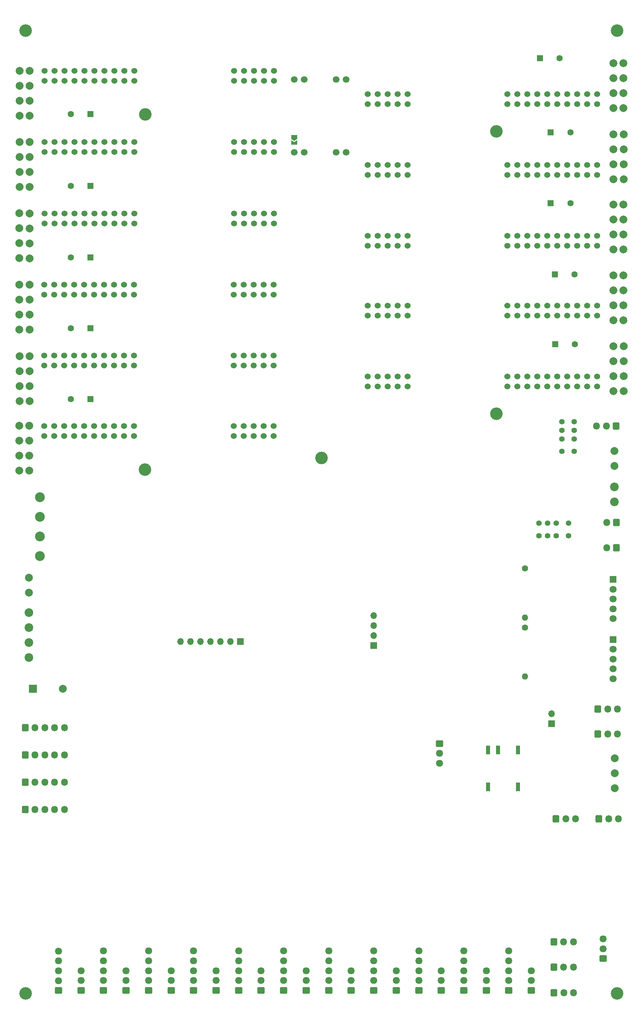
<source format=gbr>
%TF.GenerationSoftware,KiCad,Pcbnew,8.0.5*%
%TF.CreationDate,2025-08-05T16:04:56+09:00*%
%TF.ProjectId,motion_controller_main,6d6f7469-6f6e-45f6-936f-6e74726f6c6c,rev?*%
%TF.SameCoordinates,Original*%
%TF.FileFunction,Soldermask,Bot*%
%TF.FilePolarity,Negative*%
%FSLAX46Y46*%
G04 Gerber Fmt 4.6, Leading zero omitted, Abs format (unit mm)*
G04 Created by KiCad (PCBNEW 8.0.5) date 2025-08-05 16:04:56*
%MOMM*%
%LPD*%
G01*
G04 APERTURE LIST*
G04 Aperture macros list*
%AMRoundRect*
0 Rectangle with rounded corners*
0 $1 Rounding radius*
0 $2 $3 $4 $5 $6 $7 $8 $9 X,Y pos of 4 corners*
0 Add a 4 corners polygon primitive as box body*
4,1,4,$2,$3,$4,$5,$6,$7,$8,$9,$2,$3,0*
0 Add four circle primitives for the rounded corners*
1,1,$1+$1,$2,$3*
1,1,$1+$1,$4,$5*
1,1,$1+$1,$6,$7*
1,1,$1+$1,$8,$9*
0 Add four rect primitives between the rounded corners*
20,1,$1+$1,$2,$3,$4,$5,0*
20,1,$1+$1,$4,$5,$6,$7,0*
20,1,$1+$1,$6,$7,$8,$9,0*
20,1,$1+$1,$8,$9,$2,$3,0*%
%AMFreePoly0*
4,1,6,1.000000,0.000000,0.500000,-0.750000,-0.500000,-0.750000,-0.500000,0.750000,0.500000,0.750000,1.000000,0.000000,1.000000,0.000000,$1*%
%AMFreePoly1*
4,1,6,0.500000,-0.750000,-0.650000,-0.750000,-0.150000,0.000000,-0.650000,0.750000,0.500000,0.750000,0.500000,-0.750000,0.500000,-0.750000,$1*%
G04 Aperture macros list end*
%ADD10R,1.000000X2.300000*%
%ADD11R,1.700000X1.700000*%
%ADD12O,1.700000X1.700000*%
%ADD13RoundRect,0.250000X0.675000X-0.600000X0.675000X0.600000X-0.675000X0.600000X-0.675000X-0.600000X0*%
%ADD14O,1.850000X1.700000*%
%ADD15C,1.524000*%
%ADD16RoundRect,0.250000X-0.600000X-0.675000X0.600000X-0.675000X0.600000X0.675000X-0.600000X0.675000X0*%
%ADD17O,1.700000X1.850000*%
%ADD18C,3.200000*%
%ADD19R,1.600000X1.600000*%
%ADD20C,1.600000*%
%ADD21C,2.000000*%
%ADD22C,2.200000*%
%ADD23O,1.600000X1.600000*%
%ADD24C,1.700000*%
%ADD25RoundRect,0.250000X0.600000X0.675000X-0.600000X0.675000X-0.600000X-0.675000X0.600000X-0.675000X0*%
%ADD26C,1.400000*%
%ADD27R,2.000000X2.000000*%
%ADD28R,1.800000X1.800000*%
%ADD29C,1.800000*%
%ADD30RoundRect,0.250000X-0.675000X0.600000X-0.675000X-0.600000X0.675000X-0.600000X0.675000X0.600000X0*%
%ADD31C,2.500000*%
%ADD32FreePoly0,270.000000*%
%ADD33FreePoly1,270.000000*%
G04 APERTURE END LIST*
D10*
%TO.C,PS1*%
X207411000Y-210949930D03*
X209951000Y-210949930D03*
X215031000Y-210949930D03*
X215031000Y-220349930D03*
X207411000Y-220349930D03*
%TD*%
D11*
%TO.C,J69*%
X144395000Y-183369930D03*
D12*
X141855000Y-183369930D03*
X139315000Y-183369930D03*
X136775000Y-183369930D03*
X134235000Y-183369930D03*
X131695000Y-183369930D03*
X129155000Y-183369930D03*
%TD*%
D13*
%TO.C,J23*%
X212735420Y-272141930D03*
D14*
X212735420Y-269641930D03*
X212735420Y-267141930D03*
X212735420Y-264641930D03*
X212735420Y-262141930D03*
%TD*%
D13*
%TO.C,J28*%
X236781000Y-264053930D03*
D14*
X236781000Y-261553930D03*
X236781000Y-259053930D03*
%TD*%
D15*
%TO.C,U26*%
X152925000Y-38081930D03*
X152925000Y-40621930D03*
X150385000Y-38081930D03*
X150385000Y-40621930D03*
X147845000Y-38081930D03*
X147845000Y-40621930D03*
X145305000Y-38081930D03*
X145305000Y-40621930D03*
X142765000Y-38081930D03*
X142765000Y-40621930D03*
X117365000Y-38081930D03*
X117365000Y-40621930D03*
X114825000Y-38081930D03*
X114825000Y-40621930D03*
X112285000Y-38081930D03*
X112285000Y-40621930D03*
X109745000Y-38081930D03*
X109745000Y-40621930D03*
X107205000Y-38081930D03*
X107205000Y-40621930D03*
X104665000Y-38081930D03*
X104665000Y-40621930D03*
X102125000Y-38081930D03*
X102125000Y-40621930D03*
X99585000Y-38081930D03*
X99585000Y-40621930D03*
X97045000Y-38081930D03*
X97045000Y-40621930D03*
X94505000Y-38081930D03*
X94505000Y-40621930D03*
%TD*%
D16*
%TO.C,J60*%
X89571000Y-212233930D03*
D17*
X92071000Y-212233930D03*
X94571000Y-212233930D03*
X97071000Y-212233930D03*
X99571000Y-212233930D03*
%TD*%
D18*
%TO.C,H1*%
X89687000Y-27821930D03*
%TD*%
D19*
%TO.C,C52*%
X224443000Y-89889930D03*
D20*
X229443000Y-89889930D03*
%TD*%
D21*
%TO.C,J42*%
X90655000Y-110701930D03*
X90655000Y-114511930D03*
X90655000Y-118321930D03*
X90655000Y-122131930D03*
%TD*%
D13*
%TO.C,J15*%
X166859252Y-272141930D03*
D14*
X166859252Y-269641930D03*
X166859252Y-267141930D03*
X166859252Y-264641930D03*
X166859252Y-262141930D03*
%TD*%
D22*
%TO.C,J29*%
X90555000Y-175981930D03*
X90555000Y-179791930D03*
X90555000Y-183601930D03*
X90555000Y-187411930D03*
%TD*%
D21*
%TO.C,J36*%
X239391000Y-119639930D03*
X239391000Y-115829930D03*
X239391000Y-112019930D03*
X239391000Y-108209930D03*
%TD*%
D18*
%TO.C,H9*%
X120085000Y-139571930D03*
%TD*%
D19*
%TO.C,C51*%
X106215000Y-121606930D03*
D20*
X101215000Y-121606930D03*
%TD*%
D13*
%TO.C,J8*%
X126717605Y-272141930D03*
D14*
X126717605Y-269641930D03*
X126717605Y-267141930D03*
%TD*%
D13*
%TO.C,J21*%
X201266378Y-272141930D03*
D14*
X201266378Y-269641930D03*
X201266378Y-267141930D03*
X201266378Y-264641930D03*
X201266378Y-262141930D03*
%TD*%
D21*
%TO.C,J32*%
X90655000Y-56206930D03*
X90655000Y-60016930D03*
X90655000Y-63826930D03*
X90655000Y-67636930D03*
%TD*%
D16*
%TO.C,J26*%
X224193000Y-259790930D03*
D17*
X226693000Y-259790930D03*
X229193000Y-259790930D03*
%TD*%
D13*
%TO.C,J24*%
X218477980Y-272141930D03*
D14*
X218477980Y-269641930D03*
X218477980Y-267141930D03*
%TD*%
D20*
%TO.C,C78*%
X216804000Y-164743930D03*
D23*
X216804000Y-177243930D03*
%TD*%
D15*
%TO.C,U29*%
X176815000Y-82576930D03*
X176815000Y-80036930D03*
X179355000Y-82576930D03*
X179355000Y-80036930D03*
X181895000Y-82576930D03*
X181895000Y-80036930D03*
X184435000Y-82576930D03*
X184435000Y-80036930D03*
X186975000Y-82576930D03*
X186975000Y-80036930D03*
X212375000Y-82576930D03*
X212375000Y-80036930D03*
X214915000Y-82576930D03*
X214915000Y-80036930D03*
X217455000Y-82576930D03*
X217455000Y-80036930D03*
X219995000Y-82576930D03*
X219995000Y-80036930D03*
X222535000Y-82576930D03*
X222535000Y-80036930D03*
X225075000Y-82576930D03*
X225075000Y-80036930D03*
X227615000Y-82576930D03*
X227615000Y-80036930D03*
X230155000Y-82576930D03*
X230155000Y-80036930D03*
X232695000Y-82576930D03*
X232695000Y-80036930D03*
X235235000Y-82576930D03*
X235235000Y-80036930D03*
%TD*%
D13*
%TO.C,J10*%
X138186647Y-272141930D03*
D14*
X138186647Y-269641930D03*
X138186647Y-267141930D03*
%TD*%
D13*
%TO.C,J22*%
X207000899Y-272141930D03*
D14*
X207000899Y-269641930D03*
X207000899Y-267141930D03*
%TD*%
D19*
%TO.C,C48*%
X106155000Y-67356930D03*
D20*
X101155000Y-67356930D03*
%TD*%
D13*
%TO.C,J13*%
X155390210Y-272141930D03*
D14*
X155390210Y-269641930D03*
X155390210Y-267141930D03*
X155390210Y-264641930D03*
X155390210Y-262141930D03*
%TD*%
D18*
%TO.C,H3*%
X165007000Y-136641930D03*
%TD*%
D19*
%TO.C,C55*%
X223405000Y-53761930D03*
D20*
X228405000Y-53761930D03*
%TD*%
D19*
%TO.C,C56*%
X223405000Y-71761930D03*
D20*
X228405000Y-71761930D03*
%TD*%
D21*
%TO.C,J38*%
X239391000Y-101581930D03*
X239391000Y-97771930D03*
X239391000Y-93961930D03*
X239391000Y-90151930D03*
%TD*%
D24*
%TO.C,U39*%
X171319000Y-40240930D03*
X168779000Y-40240930D03*
X160651000Y-40240930D03*
X158111000Y-40240930D03*
X158111000Y-58782930D03*
X160651000Y-58782930D03*
X168779000Y-58782930D03*
X171319000Y-58782930D03*
%TD*%
D15*
%TO.C,U28*%
X176805400Y-100362730D03*
X176805400Y-97822730D03*
X179345400Y-100362730D03*
X179345400Y-97822730D03*
X181885400Y-100362730D03*
X181885400Y-97822730D03*
X184425400Y-100362730D03*
X184425400Y-97822730D03*
X186965400Y-100362730D03*
X186965400Y-97822730D03*
X212365400Y-100362730D03*
X212365400Y-97822730D03*
X214905400Y-100362730D03*
X214905400Y-97822730D03*
X217445400Y-100362730D03*
X217445400Y-97822730D03*
X219985400Y-100362730D03*
X219985400Y-97822730D03*
X222525400Y-100362730D03*
X222525400Y-97822730D03*
X225065400Y-100362730D03*
X225065400Y-97822730D03*
X227605400Y-100362730D03*
X227605400Y-97822730D03*
X230145400Y-100362730D03*
X230145400Y-97822730D03*
X232685400Y-100362730D03*
X232685400Y-97822730D03*
X235225400Y-100362730D03*
X235225400Y-97822730D03*
%TD*%
D13*
%TO.C,J12*%
X149655689Y-272141930D03*
D14*
X149655689Y-269641930D03*
X149655689Y-267141930D03*
%TD*%
D16*
%TO.C,J66*%
X89571000Y-219183930D03*
D17*
X92071000Y-219183930D03*
X94571000Y-219183930D03*
X97071000Y-219183930D03*
X99571000Y-219183930D03*
%TD*%
D25*
%TO.C,J64*%
X240153000Y-159493930D03*
D17*
X237653000Y-159493930D03*
%TD*%
D25*
%TO.C,J53*%
X240153000Y-153026930D03*
D17*
X237653000Y-153026930D03*
%TD*%
D13*
%TO.C,J5*%
X109514042Y-272141930D03*
D14*
X109514042Y-269641930D03*
X109514042Y-267141930D03*
X109514042Y-264641930D03*
X109514042Y-262141930D03*
%TD*%
D18*
%TO.C,H7*%
X209545000Y-53471930D03*
%TD*%
D16*
%TO.C,J25*%
X224193000Y-266267930D03*
D17*
X226693000Y-266267930D03*
X229193000Y-266267930D03*
%TD*%
D16*
%TO.C,J54*%
X235391000Y-206901930D03*
D17*
X237891000Y-206901930D03*
X240391000Y-206901930D03*
%TD*%
D11*
%TO.C,J48*%
X178304000Y-184385930D03*
D12*
X178304000Y-181845930D03*
X178304000Y-179305930D03*
X178304000Y-176765930D03*
%TD*%
D15*
%TO.C,U25*%
X152925000Y-56213180D03*
X152925000Y-58753180D03*
X150385000Y-56213180D03*
X150385000Y-58753180D03*
X147845000Y-56213180D03*
X147845000Y-58753180D03*
X145305000Y-56213180D03*
X145305000Y-58753180D03*
X142765000Y-56213180D03*
X142765000Y-58753180D03*
X117365000Y-56213180D03*
X117365000Y-58753180D03*
X114825000Y-56213180D03*
X114825000Y-58753180D03*
X112285000Y-56213180D03*
X112285000Y-58753180D03*
X109745000Y-56213180D03*
X109745000Y-58753180D03*
X107205000Y-56213180D03*
X107205000Y-58753180D03*
X104665000Y-56213180D03*
X104665000Y-58753180D03*
X102125000Y-56213180D03*
X102125000Y-58753180D03*
X99585000Y-56213180D03*
X99585000Y-58753180D03*
X97045000Y-56213180D03*
X97045000Y-58753180D03*
X94505000Y-56213180D03*
X94505000Y-58753180D03*
%TD*%
D21*
%TO.C,J40*%
X239391000Y-83547930D03*
X239391000Y-79737930D03*
X239391000Y-75927930D03*
X239391000Y-72117930D03*
%TD*%
%TO.C,J63*%
X239391000Y-47556930D03*
X239391000Y-43746930D03*
X239391000Y-39936930D03*
X239391000Y-36126930D03*
%TD*%
D13*
%TO.C,J20*%
X195531857Y-272141930D03*
D14*
X195531857Y-269641930D03*
X195531857Y-267141930D03*
%TD*%
D21*
%TO.C,J61*%
X239391000Y-65717930D03*
X239391000Y-61907930D03*
X239391000Y-58097930D03*
X239391000Y-54287930D03*
%TD*%
D16*
%TO.C,J27*%
X224233000Y-272744930D03*
D17*
X226733000Y-272744930D03*
X229233000Y-272744930D03*
%TD*%
D26*
%TO.C,U46*%
X227961000Y-153245930D03*
X224761000Y-153245930D03*
X222561000Y-153245930D03*
X220361000Y-153245930D03*
X220361000Y-156445930D03*
X222561000Y-156445930D03*
X224761000Y-156445930D03*
X227961000Y-156445930D03*
%TD*%
D16*
%TO.C,J67*%
X89571000Y-226133930D03*
D17*
X92071000Y-226133930D03*
X94571000Y-226133930D03*
X97071000Y-226133930D03*
X99571000Y-226133930D03*
%TD*%
D19*
%TO.C,C54*%
X220675000Y-34831930D03*
D20*
X225675000Y-34831930D03*
%TD*%
D21*
%TO.C,J34*%
X90655000Y-38041930D03*
X90655000Y-41851930D03*
X90655000Y-45661930D03*
X90655000Y-49471930D03*
%TD*%
D15*
%TO.C,U24*%
X152925000Y-74416930D03*
X152925000Y-76956930D03*
X150385000Y-74416930D03*
X150385000Y-76956930D03*
X147845000Y-74416930D03*
X147845000Y-76956930D03*
X145305000Y-74416930D03*
X145305000Y-76956930D03*
X142765000Y-74416930D03*
X142765000Y-76956930D03*
X117365000Y-74416930D03*
X117365000Y-76956930D03*
X114825000Y-74416930D03*
X114825000Y-76956930D03*
X112285000Y-74416930D03*
X112285000Y-76956930D03*
X109745000Y-74416930D03*
X109745000Y-76956930D03*
X107205000Y-74416930D03*
X107205000Y-76956930D03*
X104665000Y-74416930D03*
X104665000Y-76956930D03*
X102125000Y-74416930D03*
X102125000Y-76956930D03*
X99585000Y-74416930D03*
X99585000Y-76956930D03*
X97045000Y-74416930D03*
X97045000Y-76956930D03*
X94505000Y-74416930D03*
X94505000Y-76956930D03*
%TD*%
D13*
%TO.C,J19*%
X189797336Y-272141930D03*
D14*
X189797336Y-269641930D03*
X189797336Y-267141930D03*
X189797336Y-264641930D03*
X189797336Y-262141930D03*
%TD*%
D18*
%TO.C,H6*%
X120195000Y-49191930D03*
%TD*%
D19*
%TO.C,C53*%
X224540349Y-107639930D03*
D20*
X229540349Y-107639930D03*
%TD*%
D18*
%TO.C,H5*%
X240327000Y-272921930D03*
%TD*%
D13*
%TO.C,J17*%
X178328294Y-272141930D03*
D14*
X178328294Y-269641930D03*
X178328294Y-267141930D03*
X178328294Y-264641930D03*
X178328294Y-262141930D03*
%TD*%
D19*
%TO.C,C49*%
X106155000Y-103606930D03*
D20*
X101155000Y-103606930D03*
%TD*%
D27*
%TO.C,BZ1*%
X91555000Y-195401930D03*
D21*
X99155000Y-195401930D03*
%TD*%
D13*
%TO.C,J6*%
X115248563Y-272141930D03*
D14*
X115248563Y-269641930D03*
X115248563Y-267141930D03*
%TD*%
D13*
%TO.C,J11*%
X143921168Y-272141930D03*
D14*
X143921168Y-269641930D03*
X143921168Y-267141930D03*
X143921168Y-264641930D03*
X143921168Y-262141930D03*
%TD*%
D19*
%TO.C,C47*%
X106155000Y-49106930D03*
D20*
X101155000Y-49106930D03*
%TD*%
%TO.C,C72*%
X216804000Y-179793930D03*
D23*
X216804000Y-192293930D03*
%TD*%
D25*
%TO.C,J51*%
X240073000Y-128505930D03*
D17*
X237573000Y-128505930D03*
X235073000Y-128505930D03*
%TD*%
D13*
%TO.C,J18*%
X184062815Y-272141930D03*
D14*
X184062815Y-269641930D03*
X184062815Y-267141930D03*
%TD*%
D21*
%TO.C,J59*%
X239669000Y-220729930D03*
X239669000Y-216919930D03*
X239669000Y-213109930D03*
%TD*%
D13*
%TO.C,J14*%
X161124731Y-272141930D03*
D14*
X161124731Y-269641930D03*
X161124731Y-267141930D03*
%TD*%
D11*
%TO.C,J58*%
X223593000Y-204281930D03*
D12*
X223593000Y-201741930D03*
%TD*%
D26*
%TO.C,U36*%
X229405000Y-134962930D03*
X229405000Y-131762930D03*
X229405000Y-129562930D03*
X229405000Y-127362930D03*
X226205000Y-127362930D03*
X226205000Y-129562930D03*
X226205000Y-131762930D03*
X226205000Y-134962930D03*
%TD*%
D18*
%TO.C,H8*%
X209535400Y-125370230D03*
%TD*%
D21*
%TO.C,J46*%
X90655000Y-74371930D03*
X90655000Y-78181930D03*
X90655000Y-81991930D03*
X90655000Y-85801930D03*
%TD*%
%TO.C,J68*%
X90610000Y-128441930D03*
X90610000Y-132251930D03*
X90610000Y-136061930D03*
X90610000Y-139871930D03*
%TD*%
D16*
%TO.C,J70*%
X235645000Y-228491930D03*
D17*
X238145000Y-228491930D03*
X240645000Y-228491930D03*
%TD*%
D28*
%TO.C,J65*%
X239264000Y-182843930D03*
D29*
X239264000Y-185343930D03*
X239264000Y-187843930D03*
X239264000Y-190343930D03*
X239264000Y-192843930D03*
%TD*%
D30*
%TO.C,J1*%
X195077000Y-209339930D03*
D14*
X195077000Y-211839930D03*
X195077000Y-214339930D03*
%TD*%
D15*
%TO.C,U27*%
X176805400Y-118400230D03*
X176805400Y-115860230D03*
X179345400Y-118400230D03*
X179345400Y-115860230D03*
X181885400Y-118400230D03*
X181885400Y-115860230D03*
X184425400Y-118400230D03*
X184425400Y-115860230D03*
X186965400Y-118400230D03*
X186965400Y-115860230D03*
X212365400Y-118400230D03*
X212365400Y-115860230D03*
X214905400Y-118400230D03*
X214905400Y-115860230D03*
X217445400Y-118400230D03*
X217445400Y-115860230D03*
X219985400Y-118400230D03*
X219985400Y-115860230D03*
X222525400Y-118400230D03*
X222525400Y-115860230D03*
X225065400Y-118400230D03*
X225065400Y-115860230D03*
X227605400Y-118400230D03*
X227605400Y-115860230D03*
X230145400Y-118400230D03*
X230145400Y-115860230D03*
X232685400Y-118400230D03*
X232685400Y-115860230D03*
X235225400Y-118400230D03*
X235225400Y-115860230D03*
%TD*%
D16*
%TO.C,J49*%
X235391000Y-200551930D03*
D17*
X237891000Y-200551930D03*
X240391000Y-200551930D03*
%TD*%
D13*
%TO.C,J4*%
X103779521Y-272141930D03*
D14*
X103779521Y-269641930D03*
X103779521Y-267141930D03*
%TD*%
D13*
%TO.C,J16*%
X172593773Y-272141930D03*
D14*
X172593773Y-269641930D03*
X172593773Y-267141930D03*
%TD*%
D15*
%TO.C,U44*%
X176815000Y-46501930D03*
X176815000Y-43961930D03*
X179355000Y-46501930D03*
X179355000Y-43961930D03*
X181895000Y-46501930D03*
X181895000Y-43961930D03*
X184435000Y-46501930D03*
X184435000Y-43961930D03*
X186975000Y-46501930D03*
X186975000Y-43961930D03*
X212375000Y-46501930D03*
X212375000Y-43961930D03*
X214915000Y-46501930D03*
X214915000Y-43961930D03*
X217455000Y-46501930D03*
X217455000Y-43961930D03*
X219995000Y-46501930D03*
X219995000Y-43961930D03*
X222535000Y-46501930D03*
X222535000Y-43961930D03*
X225075000Y-46501930D03*
X225075000Y-43961930D03*
X227615000Y-46501930D03*
X227615000Y-43961930D03*
X230155000Y-46501930D03*
X230155000Y-43961930D03*
X232695000Y-46501930D03*
X232695000Y-43961930D03*
X235235000Y-46501930D03*
X235235000Y-43961930D03*
%TD*%
D19*
%TO.C,C50*%
X106155000Y-85606930D03*
D20*
X101155000Y-85606930D03*
%TD*%
D31*
%TO.C,J30*%
X93280000Y-146601930D03*
X93280000Y-151601930D03*
X93280000Y-156601930D03*
X93280000Y-161601930D03*
%TD*%
D13*
%TO.C,J3*%
X98045000Y-272181930D03*
D14*
X98045000Y-269681930D03*
X98045000Y-267181930D03*
X98045000Y-264681930D03*
X98045000Y-262181930D03*
%TD*%
D15*
%TO.C,U35*%
X176815000Y-64539430D03*
X176815000Y-61999430D03*
X179355000Y-64539430D03*
X179355000Y-61999430D03*
X181895000Y-64539430D03*
X181895000Y-61999430D03*
X184435000Y-64539430D03*
X184435000Y-61999430D03*
X186975000Y-64539430D03*
X186975000Y-61999430D03*
X212375000Y-64539430D03*
X212375000Y-61999430D03*
X214915000Y-64539430D03*
X214915000Y-61999430D03*
X217455000Y-64539430D03*
X217455000Y-61999430D03*
X219995000Y-64539430D03*
X219995000Y-61999430D03*
X222535000Y-64539430D03*
X222535000Y-61999430D03*
X225075000Y-64539430D03*
X225075000Y-61999430D03*
X227615000Y-64539430D03*
X227615000Y-61999430D03*
X230155000Y-64539430D03*
X230155000Y-61999430D03*
X232695000Y-64539430D03*
X232695000Y-61999430D03*
X235235000Y-64539430D03*
X235235000Y-61999430D03*
%TD*%
D21*
%TO.C,J44*%
X90655000Y-92536930D03*
X90655000Y-96346930D03*
X90655000Y-100156930D03*
X90655000Y-103966930D03*
%TD*%
D15*
%TO.C,U52*%
X152815000Y-128461930D03*
X152815000Y-131001930D03*
X150275000Y-128461930D03*
X150275000Y-131001930D03*
X147735000Y-128461930D03*
X147735000Y-131001930D03*
X145195000Y-128461930D03*
X145195000Y-131001930D03*
X142655000Y-128461930D03*
X142655000Y-131001930D03*
X117255000Y-128461930D03*
X117255000Y-131001930D03*
X114715000Y-128461930D03*
X114715000Y-131001930D03*
X112175000Y-128461930D03*
X112175000Y-131001930D03*
X109635000Y-128461930D03*
X109635000Y-131001930D03*
X107095000Y-128461930D03*
X107095000Y-131001930D03*
X104555000Y-128461930D03*
X104555000Y-131001930D03*
X102015000Y-128461930D03*
X102015000Y-131001930D03*
X99475000Y-128461930D03*
X99475000Y-131001930D03*
X96935000Y-128461930D03*
X96935000Y-131001930D03*
X94395000Y-128461930D03*
X94395000Y-131001930D03*
%TD*%
D21*
%TO.C,J47*%
X239645000Y-138665930D03*
X239645000Y-134855930D03*
%TD*%
%TO.C,J55*%
X90555000Y-167091930D03*
X90555000Y-170901930D03*
%TD*%
D16*
%TO.C,J71*%
X224723000Y-228491930D03*
D17*
X227223000Y-228491930D03*
X229723000Y-228491930D03*
%TD*%
D18*
%TO.C,H4*%
X89687000Y-272921930D03*
%TD*%
D13*
%TO.C,J9*%
X132452126Y-272141930D03*
D14*
X132452126Y-269641930D03*
X132452126Y-267141930D03*
X132452126Y-264641930D03*
X132452126Y-262141930D03*
%TD*%
D22*
%TO.C,J2*%
X239645000Y-147834930D03*
X239645000Y-144024930D03*
%TD*%
D16*
%TO.C,J50*%
X89571000Y-205283930D03*
D17*
X92071000Y-205283930D03*
X94571000Y-205283930D03*
X97071000Y-205283930D03*
X99571000Y-205283930D03*
%TD*%
D15*
%TO.C,U22*%
X152825000Y-110566930D03*
X152825000Y-113106930D03*
X150285000Y-110566930D03*
X150285000Y-113106930D03*
X147745000Y-110566930D03*
X147745000Y-113106930D03*
X145205000Y-110566930D03*
X145205000Y-113106930D03*
X142665000Y-110566930D03*
X142665000Y-113106930D03*
X117265000Y-110566930D03*
X117265000Y-113106930D03*
X114725000Y-110566930D03*
X114725000Y-113106930D03*
X112185000Y-110566930D03*
X112185000Y-113106930D03*
X109645000Y-110566930D03*
X109645000Y-113106930D03*
X107105000Y-110566930D03*
X107105000Y-113106930D03*
X104565000Y-110566930D03*
X104565000Y-113106930D03*
X102025000Y-110566930D03*
X102025000Y-113106930D03*
X99485000Y-110566930D03*
X99485000Y-113106930D03*
X96945000Y-110566930D03*
X96945000Y-113106930D03*
X94405000Y-110566930D03*
X94405000Y-113106930D03*
%TD*%
%TO.C,U23*%
X152805000Y-92506930D03*
X152805000Y-95046930D03*
X150265000Y-92506930D03*
X150265000Y-95046930D03*
X147725000Y-92506930D03*
X147725000Y-95046930D03*
X145185000Y-92506930D03*
X145185000Y-95046930D03*
X142645000Y-92506930D03*
X142645000Y-95046930D03*
X117245000Y-92506930D03*
X117245000Y-95046930D03*
X114705000Y-92506930D03*
X114705000Y-95046930D03*
X112165000Y-92506930D03*
X112165000Y-95046930D03*
X109625000Y-92506930D03*
X109625000Y-95046930D03*
X107085000Y-92506930D03*
X107085000Y-95046930D03*
X104545000Y-92506930D03*
X104545000Y-95046930D03*
X102005000Y-92506930D03*
X102005000Y-95046930D03*
X99465000Y-92506930D03*
X99465000Y-95046930D03*
X96925000Y-92506930D03*
X96925000Y-95046930D03*
X94385000Y-92506930D03*
X94385000Y-95046930D03*
%TD*%
D18*
%TO.C,H2*%
X240327000Y-27821930D03*
%TD*%
D13*
%TO.C,J7*%
X120983084Y-272141930D03*
D14*
X120983084Y-269641930D03*
X120983084Y-267141930D03*
X120983084Y-264641930D03*
X120983084Y-262141930D03*
%TD*%
D28*
%TO.C,J52*%
X239264000Y-167543930D03*
D29*
X239264000Y-170043930D03*
X239264000Y-172543930D03*
X239264000Y-175043930D03*
X239264000Y-177543930D03*
%TD*%
D21*
%TO.C,J37*%
X241931000Y-90151930D03*
X241931000Y-93961930D03*
X241931000Y-97771930D03*
X241931000Y-101581930D03*
%TD*%
%TO.C,J62*%
X241931000Y-36126930D03*
X241931000Y-39936930D03*
X241931000Y-43746930D03*
X241931000Y-47556930D03*
%TD*%
%TO.C,J39*%
X241931000Y-72117930D03*
X241931000Y-75927930D03*
X241931000Y-79737930D03*
X241931000Y-83547930D03*
%TD*%
%TO.C,J56*%
X241995000Y-54287930D03*
X241995000Y-58097930D03*
X241995000Y-61907930D03*
X241995000Y-65717930D03*
%TD*%
%TO.C,J45*%
X88105000Y-85771930D03*
X88105000Y-81961930D03*
X88105000Y-78151930D03*
X88105000Y-74341930D03*
%TD*%
%TO.C,J31*%
X88155000Y-67656930D03*
X88155000Y-63846930D03*
X88155000Y-60036930D03*
X88155000Y-56226930D03*
%TD*%
%TO.C,J57*%
X88070000Y-139808930D03*
X88070000Y-135998930D03*
X88070000Y-132188930D03*
X88070000Y-128378930D03*
%TD*%
%TO.C,J43*%
X88055000Y-103971930D03*
X88055000Y-100161930D03*
X88055000Y-96351930D03*
X88055000Y-92541930D03*
%TD*%
%TO.C,J35*%
X241951000Y-108199930D03*
X241951000Y-112009930D03*
X241951000Y-115819930D03*
X241951000Y-119629930D03*
%TD*%
D32*
%TO.C,JP1*%
X158111000Y-54882930D03*
D33*
X158111000Y-56332930D03*
%TD*%
D21*
%TO.C,J33*%
X88155000Y-49471930D03*
X88155000Y-45661930D03*
X88155000Y-41851930D03*
X88155000Y-38041930D03*
%TD*%
%TO.C,J41*%
X88155000Y-122166930D03*
X88155000Y-118356930D03*
X88155000Y-114546930D03*
X88155000Y-110736930D03*
%TD*%
M02*

</source>
